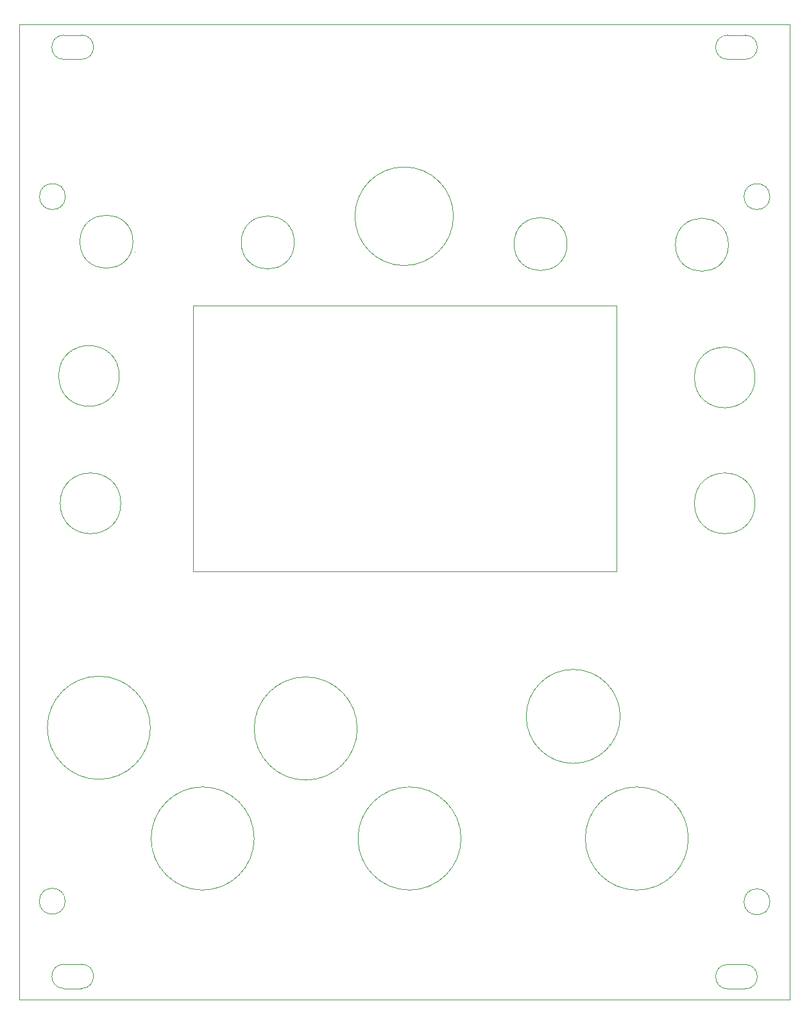
<source format=gbr>
%TF.GenerationSoftware,KiCad,Pcbnew,8.0.5*%
%TF.CreationDate,2025-04-09T14:44:18+10:00*%
%TF.ProjectId,eurorack_panel,6575726f-7261-4636-9b5f-70616e656c2e,rev?*%
%TF.SameCoordinates,Original*%
%TF.FileFunction,Profile,NP*%
%FSLAX46Y46*%
G04 Gerber Fmt 4.6, Leading zero omitted, Abs format (unit mm)*
G04 Created by KiCad (PCBNEW 8.0.5) date 2025-04-09 14:44:18*
%MOMM*%
%LPD*%
G01*
G04 APERTURE LIST*
%TA.AperFunction,Profile*%
%ADD10C,0.050000*%
%TD*%
%TA.AperFunction,Profile*%
%ADD11C,0.100000*%
%TD*%
G04 APERTURE END LIST*
D10*
X146950000Y-165475000D02*
X144650000Y-165475000D01*
D11*
X82150000Y-145650000D02*
G75*
G02*
X68550000Y-145650000I-6800000J0D01*
G01*
X68550000Y-145650000D02*
G75*
G02*
X82150000Y-145650000I6800000J0D01*
G01*
X108446765Y-63588475D02*
G75*
G02*
X95446765Y-63588475I-6500000J0D01*
G01*
X95446765Y-63588475D02*
G75*
G02*
X108446765Y-63588475I6500000J0D01*
G01*
D10*
X152825000Y-166875000D02*
X51175000Y-166875000D01*
X51175000Y-166875000D02*
X51175000Y-38300000D01*
X59350000Y-162225000D02*
G75*
G02*
X59350000Y-165425000I0J-1600000D01*
G01*
X59350000Y-39700000D02*
X57050000Y-39700000D01*
D11*
X68450000Y-131050000D02*
G75*
G02*
X54850000Y-131050000I-6800000J0D01*
G01*
X54850000Y-131050000D02*
G75*
G02*
X68450000Y-131050000I6800000J0D01*
G01*
X95750000Y-131150000D02*
G75*
G02*
X82150000Y-131150000I-6800000J0D01*
G01*
X82150000Y-131150000D02*
G75*
G02*
X95750000Y-131150000I6800000J0D01*
G01*
D10*
X57050000Y-165425000D02*
G75*
G02*
X57050000Y-162225000I0J1600000D01*
G01*
X146950000Y-162275000D02*
G75*
G02*
X146950000Y-165475000I0J-1600000D01*
G01*
D11*
X143550001Y-80950000D02*
X143550001Y-80950000D01*
X143550001Y-80950000D01*
X143550001Y-80950000D01*
X143550001Y-80950000D01*
X143550001Y-80950000D01*
X143550001Y-80950001D01*
X143550001Y-80950001D01*
X143550001Y-80950001D01*
X143550001Y-80950001D01*
X143550001Y-80950001D01*
X143550001Y-80950001D01*
X143550001Y-80950001D01*
X143550000Y-80950001D01*
X143550000Y-80950001D01*
X143550000Y-80950001D01*
X143550000Y-80950001D01*
X143550000Y-80950001D01*
X143550000Y-80950001D01*
X143550000Y-80950001D01*
X143550000Y-80950001D01*
X143550000Y-80950001D01*
X143550000Y-80950001D01*
X143550000Y-80950001D01*
X143550000Y-80950001D01*
X143549999Y-80950001D01*
X143549999Y-80950001D01*
X143549999Y-80950001D01*
X143549999Y-80950001D01*
X143549999Y-80950001D01*
X143549999Y-80950001D01*
X143549999Y-80950000D01*
X143549999Y-80950000D01*
X143549999Y-80950000D01*
X143549999Y-80950000D01*
X143549999Y-80950000D01*
X143549999Y-80950000D01*
X143549999Y-80950000D02*
X143549999Y-80950000D01*
X143549999Y-80950000D01*
X143549999Y-80950000D01*
X143549999Y-80950000D01*
X143549999Y-80950000D01*
X143549999Y-80950000D01*
X143549999Y-80949999D01*
X143549999Y-80949999D01*
X143549999Y-80949999D01*
X143549999Y-80949999D01*
X143549999Y-80949999D01*
X143550000Y-80949999D01*
X143550000Y-80949999D01*
X143550000Y-80949999D01*
X143550000Y-80949999D01*
X143550000Y-80949999D01*
X143550000Y-80949999D01*
X143550000Y-80949999D01*
X143550000Y-80949999D01*
X143550000Y-80949999D01*
X143550000Y-80949999D01*
X143550000Y-80949999D01*
X143550000Y-80949999D01*
X143550001Y-80949999D01*
X143550001Y-80949999D01*
X143550001Y-80949999D01*
X143550001Y-80949999D01*
X143550001Y-80949999D01*
X143550001Y-80949999D01*
X143550001Y-80950000D01*
X143550001Y-80950000D01*
X143550001Y-80950000D01*
X143550001Y-80950000D01*
X143550001Y-80950000D01*
X143550001Y-80950000D01*
X143550001Y-80950000D01*
X139450000Y-145650000D02*
G75*
G02*
X125850000Y-145650000I-6800000J0D01*
G01*
X125850000Y-145650000D02*
G75*
G02*
X139450000Y-145650000I6800000J0D01*
G01*
D10*
X152825000Y-166875000D02*
X152825000Y-38307234D01*
X59350000Y-39700000D02*
G75*
G02*
X59350000Y-42900000I0J-1600000D01*
G01*
D11*
X66350001Y-68250000D02*
X66350001Y-68250000D01*
X66350001Y-68250000D01*
X66350001Y-68250000D01*
X66350001Y-68250000D01*
X66350001Y-68250000D01*
X66350001Y-68250001D01*
X66350001Y-68250001D01*
X66350001Y-68250001D01*
X66350001Y-68250001D01*
X66350001Y-68250001D01*
X66350001Y-68250001D01*
X66350001Y-68250001D01*
X66350000Y-68250001D01*
X66350000Y-68250001D01*
X66350000Y-68250001D01*
X66350000Y-68250001D01*
X66350000Y-68250001D01*
X66350000Y-68250001D01*
X66350000Y-68250001D01*
X66350000Y-68250001D01*
X66350000Y-68250001D01*
X66350000Y-68250001D01*
X66350000Y-68250001D01*
X66350000Y-68250001D01*
X66349999Y-68250001D01*
X66349999Y-68250001D01*
X66349999Y-68250001D01*
X66349999Y-68250001D01*
X66349999Y-68250001D01*
X66349999Y-68250001D01*
X66349999Y-68250000D01*
X66349999Y-68250000D01*
X66349999Y-68250000D01*
X66349999Y-68250000D01*
X66349999Y-68250000D01*
X66349999Y-68250000D01*
X66349999Y-68250000D02*
X66349999Y-68250000D01*
X66349999Y-68250000D01*
X66349999Y-68250000D01*
X66349999Y-68250000D01*
X66349999Y-68250000D01*
X66349999Y-68250000D01*
X66349999Y-68249999D01*
X66349999Y-68249999D01*
X66349999Y-68249999D01*
X66349999Y-68249999D01*
X66349999Y-68249999D01*
X66350000Y-68249999D01*
X66350000Y-68249999D01*
X66350000Y-68249999D01*
X66350000Y-68249999D01*
X66350000Y-68249999D01*
X66350000Y-68249999D01*
X66350000Y-68249999D01*
X66350000Y-68249999D01*
X66350000Y-68249999D01*
X66350000Y-68249999D01*
X66350000Y-68249999D01*
X66350000Y-68249999D01*
X66350001Y-68249999D01*
X66350001Y-68249999D01*
X66350001Y-68249999D01*
X66350001Y-68249999D01*
X66350001Y-68249999D01*
X66350001Y-68249999D01*
X66350001Y-68250000D01*
X66350001Y-68250000D01*
X66350001Y-68250000D01*
X66350001Y-68250000D01*
X66350001Y-68250000D01*
X66350001Y-68250000D01*
X66350001Y-68250000D01*
D10*
X59350000Y-165425000D02*
X57050000Y-165425000D01*
D11*
X150211724Y-61000000D02*
G75*
G02*
X146788276Y-61000000I-1711724J0D01*
G01*
X146788276Y-61000000D02*
G75*
G02*
X150211724Y-61000000I1711724J0D01*
G01*
D10*
X144650000Y-42900000D02*
G75*
G02*
X144650000Y-39700000I0J1600000D01*
G01*
D11*
X64550000Y-101450000D02*
G75*
G02*
X56550000Y-101450000I-4000000J0D01*
G01*
X56550000Y-101450000D02*
G75*
G02*
X64550000Y-101450000I4000000J0D01*
G01*
X66150000Y-66950000D02*
G75*
G02*
X59150000Y-66950000I-3500000J0D01*
G01*
X59150000Y-66950000D02*
G75*
G02*
X66150000Y-66950000I3500000J0D01*
G01*
X144739752Y-67350000D02*
G75*
G02*
X137739752Y-67350000I-3500000J0D01*
G01*
X137739752Y-67350000D02*
G75*
G02*
X144739752Y-67350000I3500000J0D01*
G01*
X64350000Y-84650000D02*
G75*
G02*
X56350000Y-84650000I-4000000J0D01*
G01*
X56350000Y-84650000D02*
G75*
G02*
X64350000Y-84650000I4000000J0D01*
G01*
X87444876Y-67050000D02*
G75*
G02*
X80444876Y-67050000I-3500000J0D01*
G01*
X80444876Y-67050000D02*
G75*
G02*
X87444876Y-67050000I3500000J0D01*
G01*
D10*
X144650000Y-165475000D02*
G75*
G02*
X144650000Y-162275000I0J1600000D01*
G01*
D11*
X57211724Y-153925000D02*
G75*
G02*
X53788276Y-153925000I-1711724J0D01*
G01*
X53788276Y-153925000D02*
G75*
G02*
X57211724Y-153925000I1711724J0D01*
G01*
X123444876Y-67250000D02*
G75*
G02*
X116444876Y-67250000I-3500000J0D01*
G01*
X116444876Y-67250000D02*
G75*
G02*
X123444876Y-67250000I3500000J0D01*
G01*
D10*
X146950000Y-42900000D02*
X144650000Y-42900000D01*
X59350000Y-162225000D02*
X57050000Y-162225000D01*
D11*
X74050000Y-75350000D02*
X129950000Y-75350000D01*
X129950000Y-110450000D01*
X74050000Y-110450000D01*
X74050000Y-75350000D01*
X130450000Y-129550000D02*
G75*
G02*
X118050000Y-129550000I-6200000J0D01*
G01*
X118050000Y-129550000D02*
G75*
G02*
X130450000Y-129550000I6200000J0D01*
G01*
X148250000Y-101450000D02*
G75*
G02*
X140250000Y-101450000I-4000000J0D01*
G01*
X140250000Y-101450000D02*
G75*
G02*
X148250000Y-101450000I4000000J0D01*
G01*
D10*
X146950000Y-39700000D02*
X144650000Y-39700000D01*
D11*
X109450000Y-145650000D02*
G75*
G02*
X95850000Y-145650000I-6800000J0D01*
G01*
X95850000Y-145650000D02*
G75*
G02*
X109450000Y-145650000I6800000J0D01*
G01*
D10*
X51175000Y-38300000D02*
X152825000Y-38307234D01*
D11*
X148250000Y-84850000D02*
G75*
G02*
X140250000Y-84850000I-4000000J0D01*
G01*
X140250000Y-84850000D02*
G75*
G02*
X148250000Y-84850000I4000000J0D01*
G01*
D10*
X146950000Y-162275000D02*
X144650000Y-162275000D01*
D11*
X57236724Y-61000000D02*
G75*
G02*
X53813276Y-61000000I-1711724J0D01*
G01*
X53813276Y-61000000D02*
G75*
G02*
X57236724Y-61000000I1711724J0D01*
G01*
D10*
X146950000Y-39700000D02*
G75*
G02*
X146950000Y-42900000I0J-1600000D01*
G01*
X57050000Y-42900000D02*
G75*
G02*
X57050000Y-39700000I0J1600000D01*
G01*
D11*
X150211724Y-154000000D02*
G75*
G02*
X146788276Y-154000000I-1711724J0D01*
G01*
X146788276Y-154000000D02*
G75*
G02*
X150211724Y-154000000I1711724J0D01*
G01*
D10*
X59350000Y-42900000D02*
X57050000Y-42900000D01*
M02*

</source>
